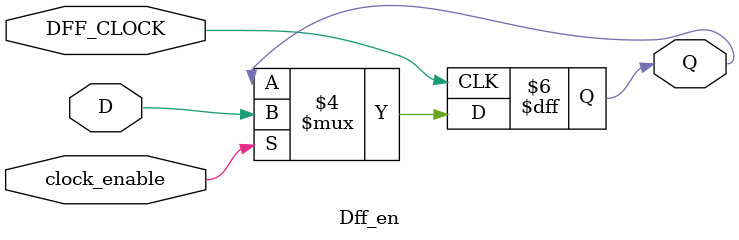
<source format=v>
module debounce_button (input button, clk, output button_out);
wire slw_clk_en;
wire Q1, Q2, Q2_bar;
clock_enable u1(clk, pb_1, slw_clk_en);
Dff_en d1(clk, slw_clk_en,pb_1,Q1);
Dff_en d2(clk, slw_clk_en,Q1,Q2);

assign Q2_bar = ~Q2;
assign pb_out = Q1 & Q2_bar;
endmodule

module clock_enable(input Clk_100M, pb_1, output slw_clk_en);
	reg [26:0]counter = 0;
	always @(posedge Clk_100M, negedge pb_1)
	begin
		if(pb_1 ==0)
			counter <= 0;
		else
			counter <= (counter>=249999)?0:counter+1;
	end
	assign slw_clk_en = (counter == 249999)?1'b1:1'b0;
endmodule

module	Dff_en(input DFF_CLOCK, clock_enable, D, output reg Q=0);
	always @(posedge DFF_CLOCK) begin
		if (clock_enable == 1)
			Q <= D;
	end
endmodule


</source>
